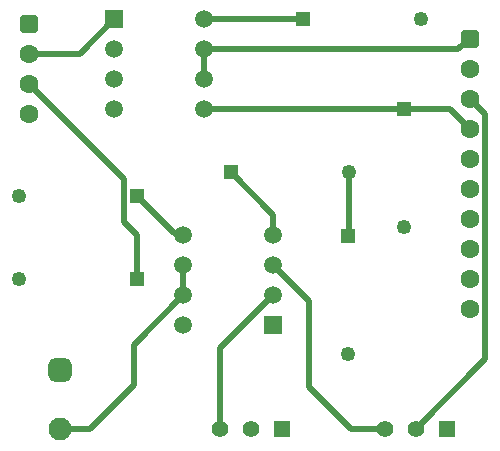
<source format=gbr>
%TF.GenerationSoftware,Altium Limited,Altium Designer,24.10.1 (45)*%
G04 Layer_Physical_Order=1*
G04 Layer_Color=255*
%FSLAX45Y45*%
%MOMM*%
%TF.SameCoordinates,5D496F93-7052-41A5-B1B5-48F2770EFFD0*%
%TF.FilePolarity,Positive*%
%TF.FileFunction,Copper,L1,Top,Signal*%
%TF.Part,Single*%
G01*
G75*
%TA.AperFunction,Conductor*%
%ADD10C,0.50800*%
%TA.AperFunction,ComponentPad*%
%ADD11C,1.60000*%
G04:AMPARAMS|DCode=12|XSize=1.6mm|YSize=1.6mm|CornerRadius=0.4mm|HoleSize=0mm|Usage=FLASHONLY|Rotation=270.000|XOffset=0mm|YOffset=0mm|HoleType=Round|Shape=RoundedRectangle|*
%AMROUNDEDRECTD12*
21,1,1.60000,0.80000,0,0,270.0*
21,1,0.80000,1.60000,0,0,270.0*
1,1,0.80000,-0.40000,-0.40000*
1,1,0.80000,-0.40000,0.40000*
1,1,0.80000,0.40000,0.40000*
1,1,0.80000,0.40000,-0.40000*
%
%ADD12ROUNDEDRECTD12*%
G04:AMPARAMS|DCode=13|XSize=1.95mm|YSize=1.95mm|CornerRadius=0.4875mm|HoleSize=0mm|Usage=FLASHONLY|Rotation=270.000|XOffset=0mm|YOffset=0mm|HoleType=Round|Shape=RoundedRectangle|*
%AMROUNDEDRECTD13*
21,1,1.95000,0.97500,0,0,270.0*
21,1,0.97500,1.95000,0,0,270.0*
1,1,0.97500,-0.48750,-0.48750*
1,1,0.97500,-0.48750,0.48750*
1,1,0.97500,0.48750,0.48750*
1,1,0.97500,0.48750,-0.48750*
%
%ADD13ROUNDEDRECTD13*%
%ADD14C,1.95000*%
%ADD15R,1.25000X1.25000*%
%ADD16C,1.25000*%
%ADD17R,1.40000X1.40000*%
%ADD18C,1.40000*%
%ADD19C,1.50000*%
%ADD20R,1.50000X1.50000*%
%ADD21R,1.25000X1.25000*%
D10*
X3962400Y3098800D02*
X4093200Y2968000D01*
Y892800D02*
Y2968000D01*
X3505200Y304800D02*
X4093200Y892800D01*
X2959100Y304800D02*
X3245200D01*
X2603500Y660400D02*
X2959100Y304800D01*
X2603500Y660400D02*
Y1384300D01*
X2298700Y1689100D02*
X2603500Y1384300D01*
X1848200Y304800D02*
Y984600D01*
X2298700Y1435100D01*
X1147700Y1574800D02*
Y1944525D01*
X1034400Y2057825D02*
X1147700Y1944525D01*
X228600Y3225800D02*
X1034400Y2420000D01*
Y2057825D02*
Y2420000D01*
X660400Y3479800D02*
X952500Y3771900D01*
X228600Y3479800D02*
X660400D01*
X1458919Y1962081D02*
X1517719D01*
X1147700Y2273300D02*
X1458919Y1962081D01*
X1517719D02*
X1536700Y1943100D01*
X495300Y304800D02*
X495324Y304824D01*
X749324D01*
X1117600Y673100D01*
Y1016000D01*
X1536700Y1435100D01*
X3403600Y3014600D02*
X3792600D01*
X3962400Y2844800D01*
X3865599Y3517900D02*
X3954499Y3606800D01*
X1714500Y3517900D02*
X3865599D01*
X3954499Y3606800D02*
X3962400D01*
X2936050Y1937450D02*
Y2474150D01*
X2933700Y1935100D02*
X2936050Y1937450D01*
Y2474150D02*
X2938400Y2476500D01*
X1938400D02*
X2298700Y2116200D01*
Y1943100D02*
Y2116200D01*
X3401250Y3012250D02*
X3403600Y3014600D01*
X1714500Y3009900D02*
X1716850Y3012250D01*
X3401250D01*
X1714500Y3771900D02*
X2548000D01*
X2298700Y1943100D02*
X2305500Y1949900D01*
X1714500Y3263900D02*
Y3517900D01*
X1536700Y1435100D02*
Y1689100D01*
X1530350Y1187450D02*
X1536700Y1181100D01*
X1530350Y1936750D02*
X1536700Y1943100D01*
D11*
X228600Y2971800D02*
D03*
Y3225800D02*
D03*
Y3479800D02*
D03*
X3962400Y1828800D02*
D03*
Y2082800D02*
D03*
Y2590800D02*
D03*
Y3098800D02*
D03*
Y3352800D02*
D03*
Y2844800D02*
D03*
Y2336800D02*
D03*
Y1574800D02*
D03*
Y1320800D02*
D03*
D12*
X228600Y3733800D02*
D03*
X3962400Y3606800D02*
D03*
D13*
X495300Y804799D02*
D03*
D14*
Y304800D02*
D03*
D15*
X1147700Y2273300D02*
D03*
X1938400Y2476500D02*
D03*
X2548000Y3771900D02*
D03*
X1147700Y1574800D02*
D03*
D16*
X147700Y2273300D02*
D03*
X2938400Y2476500D02*
D03*
X2933700Y935100D02*
D03*
X3548000Y3771900D02*
D03*
X147700Y1574800D02*
D03*
X3403600Y2014600D02*
D03*
D17*
X3765200Y304800D02*
D03*
X2368200D02*
D03*
D18*
X3245200D02*
D03*
X3505200D02*
D03*
X1848200D02*
D03*
X2108200D02*
D03*
D19*
X1536700Y1943100D02*
D03*
Y1689100D02*
D03*
Y1435100D02*
D03*
Y1181100D02*
D03*
X2298700Y1943100D02*
D03*
Y1689100D02*
D03*
Y1435100D02*
D03*
X1714500Y3009900D02*
D03*
Y3263900D02*
D03*
Y3517900D02*
D03*
Y3771900D02*
D03*
X952500Y3009900D02*
D03*
Y3263900D02*
D03*
Y3517900D02*
D03*
D20*
X2298700Y1181100D02*
D03*
X952500Y3771900D02*
D03*
D21*
X2933700Y1935100D02*
D03*
X3403600Y3014600D02*
D03*
%TF.MD5,2afcd9b39cc5bcf97485abb2f3f0131a*%
M02*

</source>
